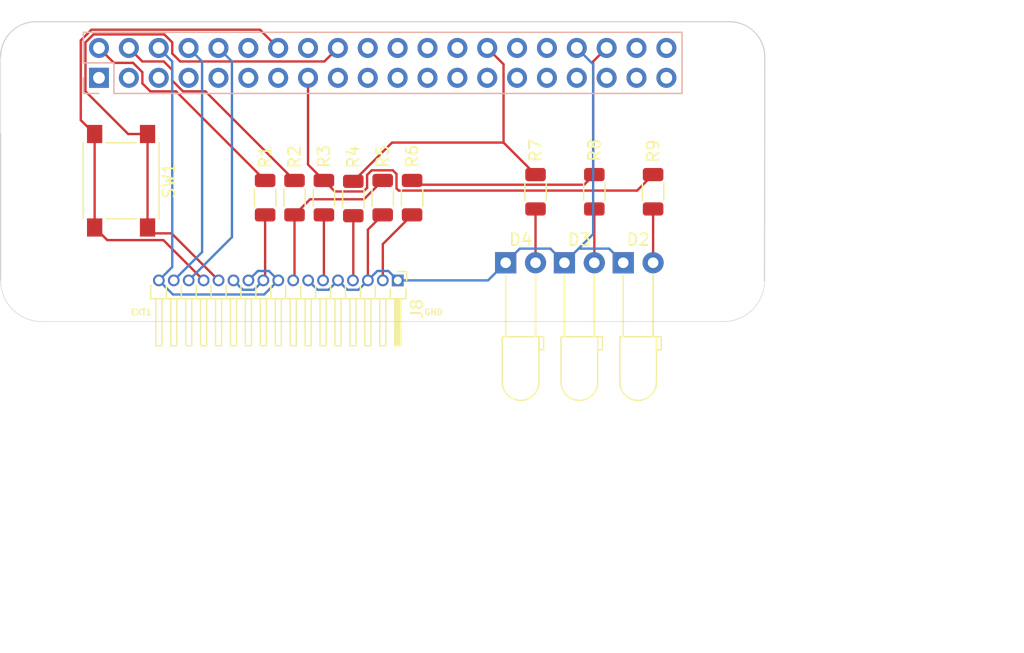
<source format=kicad_pcb>
(kicad_pcb (version 20240108) (generator "pcbnew") (generator_version "8.0")
  (title_block (date "15 nov 2012"))
  (layers (0 "F.Cu" signal) (31 "B.Cu" signal) (34 "B.Paste" user) (35 "F.Paste" user) (36 "B.SilkS" user "B.Silkscreen") (37 "F.SilkS" user "F.Silkscreen") (38 "B.Mask" user) (39 "F.Mask" user) (44 "Edge.Cuts" user))
  (net 0 "")
  (net 11 "Net-(J1-Pin_10)")
  (net 12 "Net-(J1-Pin_8)")
  (net 14 "Net-(J1-Pin_4)")
  (net 15 "Net-(J1-Pin_28)")
  (net 18 "Net-(J1-Pin_18)")
  (net 26 "Net-(J1-Pin_2)")
  (net 27 "Net-(D2-K)")
  (net 28 "Net-(J1-Pin_36)")
  (net 32 "Net-(J1-Pin_14)")
  (net 36 "Net-(J1-Pin_15)")
  (net 40 "Net-(J1-Pin_6)")
  (net 41 "Net-(J8-Pin_10)")
  (net 42 "Net-(J8-Pin_8)")
  (net 43 "Net-(D2-A)")
  (net 44 "Net-(D3-A)")
  (net 45 "Net-(D4-A)")
  (net 46 "Net-(J8-Pin_4)")
  (net 47 "Net-(J8-Pin_6)")
  (net 48 "Net-(J8-Pin_2)")
  (footprint "MountingHole:MountingHole_2.7mm_M2.5" (layer "F.Cu") (at 161.5 47.5)
    (property "Reference" "MH2" (hide yes))
    (property "Value" "MountingHole_2.7mm_M2.5" (hide yes))
    (pad "" np_thru_hole circle (at 0 0) (size 2.7 2.7) (drill 2.7) (layers "*.Cu" "*.Mask"))
  )
  (footprint "Resistor_SMD:R_1206_3216Metric" (layer "F.Cu") (at 127.5 58.9625 -90)
    (property "Reference" "R3" (at -3.5 0 90) (layer "F.SilkS"))
    (property "Value" "1000")
    (fp_line (start -0.727064 0.91) (end 0.727064 0.91) (stroke (width 0.12)) (layer "F.SilkS"))
    (fp_line (start -0.727064 -0.91) (end 0.727064 -0.91) (stroke (width 0.12)) (layer "F.SilkS"))
    (pad "1" smd roundrect (at -1.4625 0 270) (size 1.125 1.75) (layers "F.Cu" "F.Paste" "F.Mask") (roundrect_rratio 0.222222) (net 36 "Net-(J1-Pin_15)"))
    (pad "2" smd roundrect (at 1.4625 0 270) (size 1.125 1.75) (layers "F.Cu" "F.Paste" "F.Mask") (roundrect_rratio 0.222222) (net 47 "Net-(J8-Pin_6)"))
  )
  (footprint "Resistor_SMD:R_1206_3216Metric" (layer "F.Cu") (at 135 58.9625 -90)
    (property "Reference" "R6" (at -3.5375 0 90) (layer "F.SilkS"))
    (property "Value" "1000")
    (fp_line (start -0.727064 0.91) (end 0.727064 0.91) (stroke (width 0.12)) (layer "F.SilkS"))
    (fp_line (start -0.727064 -0.91) (end 0.727064 -0.91) (stroke (width 0.12)) (layer "F.SilkS"))
    (pad "1" smd roundrect (at -1.4625 0 270) (size 1.125 1.75) (layers "F.Cu" "F.Paste" "F.Mask") (roundrect_rratio 0.222222) (net 28 "Net-(J1-Pin_36)"))
    (pad "2" smd roundrect (at 1.4625 0 270) (size 1.125 1.75) (layers "F.Cu" "F.Paste" "F.Mask") (roundrect_rratio 0.222222) (net 48 "Net-(J8-Pin_2)"))
  )
  (footprint "LED_THT:LED_D3.0mm_Horizontal_O6.35mm_Z10.0mm" (layer "F.Cu") (at 147.96 64.5)
    (property "Reference" "D3" (at 1.27 -1.96 0) (layer "F.SilkS"))
    (property "Value" "LED")
    (fp_line (start -0.29 6.29) (end -0.29 10.15) (stroke (width 0.12)) (layer "F.SilkS"))
    (fp_line (start -0.29 6.29) (end 2.83 6.29) (stroke (width 0.12)) (layer "F.SilkS"))
    (fp_line (start 0 1.08) (end 0 1.08) (stroke (width 0.12)) (layer "F.SilkS"))
    (fp_line (start 0 1.08) (end 0 6.29) (stroke (width 0.12)) (layer "F.SilkS"))
    (fp_line (start 0 6.29) (end 0 1.08) (stroke (width 0.12)) (layer "F.SilkS"))
    (fp_line (start 0 6.29) (end 0 6.29) (stroke (width 0.12)) (layer "F.SilkS"))
    (fp_line (start 2.54 1.08) (end 2.54 1.08) (stroke (width 0.12)) (layer "F.SilkS"))
    (fp_line (start 2.54 1.08) (end 2.54 6.29) (stroke (width 0.12)) (layer "F.SilkS"))
    (fp_line (start 2.54 6.29) (end 2.54 1.08) (stroke (width 0.12)) (layer "F.SilkS"))
    (fp_line (start 2.54 6.29) (end 2.54 6.29) (stroke (width 0.12)) (layer "F.SilkS"))
    (fp_line (start 2.83 6.29) (end 2.83 10.15) (stroke (width 0.12)) (layer "F.SilkS"))
    (fp_line (start 2.83 6.29) (end 3.23 6.29) (stroke (width 0.12)) (layer "F.SilkS"))
    (fp_line (start 2.83 7.41) (end 2.83 6.29) (stroke (width 0.12)) (layer "F.SilkS"))
    (fp_line (start 3.23 6.29) (end 3.23 7.41) (stroke (width 0.12)) (layer "F.SilkS"))
    (fp_line (start 3.23 7.41) (end 2.83 7.41) (stroke (width 0.12)) (layer "F.SilkS"))
    (fp_arc (start 2.83 10.15) (mid 1.27 11.71) (end -0.29 10.15) (stroke (width 0.12)) (layer "F.SilkS"))
    (pad "1" thru_hole rect (at 0 0) (size 1.8 1.8) (drill 0.9) (layers "*.Cu" "*.Mask") (net 27 "Net-(D2-K)"))
    (pad "2" thru_hole circle (at 2.54 0) (size 1.8 1.8) (drill 0.9) (layers "*.Cu" "*.Mask") (net 44 "Net-(D3-A)"))
  )
  (footprint "Connector_PinHeader_1.27mm:PinHeader_1x17_P1.27mm_Horizontal" (layer "F.Cu") (at 133.78 66 -90)
    (property "Reference" "J8" (at 2.4325 -1.635 90) (layer "F.SilkS"))
    (property "Value" "Conn_01x17_Pin")
    (fp_line (start 0.44 21.015) (end 0.44 20.939677) (stroke (width 0.12)) (layer "F.SilkS"))
    (fp_line (start 1.56 21.015) (end 0.44 21.015) (stroke (width 0.12)) (layer "F.SilkS"))
    (fp_line (start 5.56 20.58) (end 1.56 20.58) (stroke (width 0.12)) (layer "F.SilkS"))
    (fp_line (start 1.56 20.06) (end 5.56 20.06) (stroke (width 0.12)) (layer "F.SilkS"))
    (fp_line (start 5.56 20.06) (end 5.56 20.58) (stroke (width 0.12)) (layer "F.SilkS"))
    (fp_line (start 0.44 19.685) (end 1.56 19.685) (stroke (width 0.12)) (layer "F.SilkS"))
    (fp_line (start 0.44 19.669677) (end 0.44 19.700323) (stroke (width 0.12)) (layer "F.SilkS"))
    (fp_line (start 5.56 19.31) (end 1.56 19.31) (stroke (width 0.12)) (layer "F.SilkS"))
    (fp_line (start 1.56 18.79) (end 5.56 18.79) (stroke (width 0.12)) (layer "F.SilkS"))
    (fp_line (start 5.56 18.79) (end 5.56 19.31) (stroke (width 0.12)) (layer "F.SilkS"))
    (fp_line (start 0.44 18.415) (end 1.56 18.415) (stroke (width 0.12)) (layer "F.SilkS"))
    (fp_line (start 0.44 18.399677) (end 0.44 18.430323) (stroke (width 0.12)) (layer "F.SilkS"))
    (fp_line (start 5.56 18.04) (end 1.56 18.04) (stroke (width 0.12)) (layer "F.SilkS"))
    (fp_line (start 1.56 17.52) (end 5.56 17.52) (stroke (width 0.12)) (layer "F.SilkS"))
    (fp_line (start 5.56 17.52) (end 5.56 18.04) (stroke (width 0.12)) (layer "F.SilkS"))
    (fp_line (start 0.44 17.145) (end 1.56 17.145) (stroke (width 0.12)) (layer "F.SilkS"))
    (fp_line (start 0.44 17.129677) (end 0.44 17.160323) (stroke (width 0.12)) (layer "F.SilkS"))
    (fp_line (start 5.56 16.77) (end 1.56 16.77) (stroke (width 0.12)) (layer "F.SilkS"))
    (fp_line (start 1.56 16.25) (end 5.56 16.25) (stroke (width 0.12)) (layer "F.SilkS"))
    (fp_line (start 5.56 16.25) (end 5.56 16.77) (stroke (width 0.12)) (layer "F.SilkS"))
    (fp_line (start 0.44 15.875) (end 1.56 15.875) (stroke (width 0.12)) (layer "F.SilkS"))
    (fp_line (start 0.44 15.859677) (end 0.44 15.890323) (stroke (width 0.12)) (layer "F.SilkS"))
    (fp_line (start 5.56 15.5) (end 1.56 15.5) (stroke (width 0.12)) (layer "F.SilkS"))
    (fp_line (start 1.56 14.98) (end 5.56 14.98) (stroke (width 0.12)) (layer "F.SilkS"))
    (fp_line (start 5.56 14.98) (end 5.56 15.5) (stroke (width 0.12)) (layer "F.SilkS"))
    (fp_line (start 0.44 14.605) (end 1.56 14.605) (stroke (width 0.12)) (layer "F.SilkS"))
    (fp_line (start 0.44 14.589677) (end 0.44 14.620323) (stroke (width 0.12)) (layer "F.SilkS"))
    (fp_line (start 5.56 14.23) (end 1.56 14.23) (stroke (width 0.12)) (layer "F.SilkS"))
    (fp_line (start 1.56 13.71) (end 5.56 13.71) (stroke (width 0.12)) (layer "F.SilkS"))
    (fp_line (start 5.56 13.71) (end 5.56 14.23) (stroke (width 0.12)) (layer "F.SilkS"))
    (fp_line (start 0.44 13.335) (end 1.56 13.335) (stroke (width 0.12)) (layer "F.SilkS"))
    (fp_line (start 0.44 13.319677) (end 0.44 13.350323) (stroke (width 0.12)) (layer "F.SilkS"))
    (fp_line (start 5.56 12.96) (end 1.56 12.96) (stroke (width 0.12)) (layer "F.SilkS"))
    (fp_line (start 1.56 12.44) (end 5.56 12.44) (stroke (width 0.12)) (layer "F.SilkS"))
    (fp_line (start 5.56 12.44) (end 5.56 12.96) (stroke (width 0.12)) (layer "F.SilkS"))
    (fp_line (start 0.44 12.065) (end 1.56 12.065) (stroke (width 0.12)) (layer "F.SilkS"))
    (fp_line (start 0.44 12.049677) (end 0.44 12.080323) (stroke (width 0.12)) (layer "F.SilkS"))
    (fp_line (start 5.56 11.69) (end 1.56 11.69) (stroke (width 0.12)) (layer "F.SilkS"))
    (fp_line (start 1.56 11.17) (end 5.56 11.17) (stroke (width 0.12)) (layer "F.SilkS"))
    (fp_line (start 5.56 11.17) (end 5.56 11.69) (stroke (width 0.12)) (layer "F.SilkS"))
    (fp_line (start 0.44 10.795) (end 1.56 10.795) (stroke (width 0.12)) (layer "F.SilkS"))
    (fp_line (start 0.44 10.779677) (end 0.44 10.810323) (stroke (width 0.12)) (layer "F.SilkS"))
    (fp_line (start 5.56 10.42) (end 1.56 10.42) (stroke (width 0.12)) (layer "F.SilkS"))
    (fp_line (start 1.56 9.9) (end 5.56 9.9) (stroke (width 0.12)) (layer "F.SilkS"))
    (fp_line (start 5.56 9.9) (end 5.56 10.42) (stroke (width 0.12)) (layer "F.SilkS"))
    (fp_line (start 0.44 9.525) (end 1.56 9.525) (stroke (width 0.12)) (layer "F.SilkS"))
    (fp_line (start 0.44 9.509677) (end 0.44 9.540323) (stroke (width 0.12)) (layer "F.SilkS"))
    (fp_line (start 5.56 9.15) (end 1.56 9.15) (stroke (width 0.12)) (layer "F.SilkS"))
    (fp_line (start 1.56 8.63) (end 5.56 8.63) (stroke (width 0.12)) (layer "F.SilkS"))
    (fp_line (start 5.56 8.63) (end 5.56 9.15) (stroke (width 0.12)) (layer "F.SilkS"))
    (fp_line (start 0.44 8.255) (end 1.56 8.255) (stroke (width 0.12)) (layer "F.SilkS"))
    (fp_line (start 0.44 8.239677) (end 0.44 8.270323) (stroke (width 0.12)) (layer "F.SilkS"))
    (fp_line (start 5.56 7.88) (end 1.56 7.88) (stroke (width 0.12)) (layer "F.SilkS"))
    (fp_line (start 1.56 7.36) (end 5.56 7.36) (stroke (width 0.12)) (layer "F.SilkS"))
    (fp_line (start 5.56 7.36) (end 5.56 7.88) (stroke (width 0.12)) (layer "F.SilkS"))
    (fp_line (start 0.44 6.985) (end 1.56 6.985) (stroke (width 0.12)) (layer "F.SilkS"))
    (fp_line (start 0.44 6.969677) (end 0.44 7.000323) (stroke (width 0.12)) (layer "F.SilkS"))
    (fp_line (start 5.56 6.61) (end 1.56 6.61) (stroke (width 0.12)) (layer "F.SilkS"))
    (fp_line (start 1.56 6.09) (end 5.56 6.09) (stroke (width 0.12)) (layer "F.SilkS"))
    (fp_line (start 5.56 6.09) (end 5.56 6.61) (stroke (width 0.12)) (layer "F.SilkS"))
    (fp_line (start 0.44 5.715) (end 1.56 5.715) (stroke (width 0.12)) (layer "F.SilkS"))
    (fp_line (start 0.44 5.699677) (end 0.44 5.730323) (stroke (width 0.12)) (layer "F.SilkS"))
    (fp_line (start 5.56 5.34) (end 1.56 5.34) (stroke (width 0.12)) (layer "F.SilkS"))
    (fp_line (start 1.56 4.82) (end 5.56 4.82) (stroke (width 0.12)) (layer "F.SilkS"))
    (fp_line (start 5.56 4.82) (end 5.56 5.34) (stroke (width 0.12)) (layer "F.SilkS"))
    (fp_line (start 0.44 4.445) (end 1.56 4.445) (stroke (width 0.12)) (layer "F.SilkS"))
    (fp_line (start 0.44 4.429677) (end 0.44 4.460323) (stroke (width 0.12)) (layer "F.SilkS"))
    (fp_line (start 5.56 4.07) (end 1.56 4.07) (stroke (width 0.12)) (layer "F.SilkS"))
    (fp_line (start 1.56 3.55) (end 5.56 3.55) (stroke (width 0.12)) (layer "F.SilkS"))
    (fp_line (start 5.56 3.55) (end 5.56 4.07) (stroke (width 0.12)) (layer "F.SilkS"))
    (fp_line (start 0.44 3.175) (end 1.56 3.175) (stroke (width 0.12)) (layer "F.SilkS"))
    (fp_line (start 0.44 3.159677) (end 0.44 3.190323) (stroke (width 0.12)) (layer "F.SilkS"))
    (fp_line (start 5.56 2.8) (end 1.56 2.8) (stroke (width 0.12)) (layer "F.SilkS"))
    (fp_line (start 1.56 2.28) (end 5.56 2.28) (stroke (width 0.12)) (layer "F.SilkS"))
    (fp_line (start 5.56 2.28) (end 5.56 2.8) (stroke (width 0.12)) (layer "F.SilkS"))
    (fp_line (start 0.44 1.905) (end 1.56 1.905) (stroke (width 0.12)) (layer "F.SilkS"))
    (fp_line (start 0.44 1.889677) (end 0.44 1.920323) (stroke (width 0.12)) (layer "F.SilkS"))
    (fp_line (start 5.56 1.53) (end 1.56 1.53) (stroke (width 0.12)) (layer "F.SilkS"))
    (fp_line (start 1.56 1.01) (end 5.56 1.01) (stroke (width 0.12)) (layer "F.SilkS"))
    (fp_line (start 5.56 1.01) (end 5.56 1.53) (stroke (width 0.12)) (layer "F.SilkS"))
    (fp_line (start 0.76 0.635) (end 1.56 0.635) (stroke (width 0.12)) (layer "F.SilkS"))
    (fp_line (start 5.56 0.26) (end 1.56 0.26) (stroke (width 0.12)) (layer "F.SilkS"))
    (fp_line (start 1.56 0.16) (end 5.56 0.16) (stroke (width 0.12)) (layer "F.SilkS"))
    (fp_line (start 1.56 0.04) (end 5.56 0.04) (stroke (width 0.12)) (layer "F.SilkS"))
    (fp_line (start -0.76 0) (end -0.76 -0.76) (stroke (width 0.12)) (layer "F.SilkS"))
    (fp_line (start 1.56 -0.08) (end 5.56 -0.08) (stroke (width 0.12)) (layer "F.SilkS"))
    (fp_line (start 1.56 -0.2) (end 5.56 -0.2) (stroke (width 0.12)) (layer "F.SilkS"))
    (fp_line (start 1.56 -0.26) (end 5.56 -0.26) (stroke (width 0.12)) (layer "F.SilkS"))
    (fp_line (start 5.56 -0.26) (end 5.56 0.26) (stroke (width 0.12)) (layer "F.SilkS"))
    (fp_line (start 0.76 -0.695) (end 1.56 -0.695) (stroke (width 0.12)) (layer "F.SilkS"))
    (fp_line (start 1.56 -0.695) (end 1.56 21.015) (stroke (width 0.12)) (layer "F.SilkS"))
    (fp_line (start -0.76 -0.76) (end 0 -0.76) (stroke (width 0.12)) (layer "F.SilkS"))
    (pad "1" thru_hole rect (at 0 0 270) (size 1 1) (drill 0.65) (layers "*.Cu" "*.Mask") (net 27 "Net-(D2-K)"))
    (pad "2" thru_hole oval (at 0 1.27 270) (size 1 1) (drill 0.65) (layers "*.Cu" "*.Mask") (net 48 "Net-(J8-Pin_2)"))
    (pad "3" thru_hole oval (at 0 2.54 270) (size 1 1) (drill 0.65) (layers "*.Cu" "*.Mask") (net 27 "Net-(D2-K)"))
    (pad "4" thru_hole oval (at 0 3.81 270) (size 1 1) (drill 0.65) (layers "*.Cu" "*.Mask") (net 46 "Net-(J8-Pin_4)"))
    (pad "5" thru_hole oval (at 0 5.08 270) (size 1 1) (drill 0.65) (layers "*.Cu" "*.Mask") (net 27 "Net-(D2-K)"))
    (pad "6" thru_hole oval (at 0 6.35 270) (size 1 1) (drill 0.65) (layers "*.Cu" "*.Mask") (net 47 "Net-(J8-Pin_6)"))
    (pad "7" thru_hole oval (at 0 7.62 270) (size 1 1) (drill 0.65) (layers "*.Cu" "*.Mask") (net 27 "Net-(D2-K)"))
    (pad "8" thru_hole oval (at 0 8.89 270) (size 1 1) (drill 0.65) (layers "*.Cu" "*.Mask") (net 42 "Net-(J8-Pin_8)"))
    (pad "9" thru_hole oval (at 0 10.16 270) (size 1 1) (drill 0.65) (layers "*.Cu" "*.Mask") (net 40 "Net-(J1-Pin_6)"))
    (pad "10" thru_hole oval (at 0 11.43 270) (size 1 1) (drill 0.65) (layers "*.Cu" "*.Mask") (net 41 "Net-(J8-Pin_10)"))
    (pad "11" thru_hole oval (at 0 12.7 270) (size 1 1) (drill 0.65) (layers "*.Cu" "*.Mask") (net 40 "Net-(J1-Pin_6)"))
    (pad "12" thru_hole oval (at 0 13.97 270) (size 1 1) (drill 0.65) (layers "*.Cu" "*.Mask") (net 41 "Net-(J8-Pin_10)"))
    (pad "13" thru_hole oval (at 0 15.24 270) (size 1 1) (drill 0.65) (layers "*.Cu" "*.Mask") (net 18 "Net-(J1-Pin_18)"))
    (pad "14" thru_hole oval (at 0 16.51 270) (size 1 1) (drill 0.65) (layers "*.Cu" "*.Mask") (net 32 "Net-(J1-Pin_14)"))
    (pad "15" thru_hole oval (at 0 17.78 270) (size 1 1) (drill 0.65) (layers "*.Cu" "*.Mask") (net 11 "Net-(J1-Pin_10)"))
    (pad "16" thru_hole oval (at 0 19.05 270) (size 1 1) (drill 0.65) (layers "*.Cu" "*.Mask") (net 12 "Net-(J1-Pin_8)"))
    (pad "17" thru_hole oval (at 0 20.32 270) (size 1 1) (drill 0.65) (layers "*.Cu" "*.Mask") (net 40 "Net-(J1-Pin_6)"))
  )
  (footprint "Resistor_SMD:R_1206_3216Metric" (layer "F.Cu") (at 132.5 58.9625 -90)
    (property "Reference" "R5" (at -3.5 0 90) (layer "F.SilkS"))
    (property "Value" "10000")
    (fp_line (start -0.727064 0.91) (end 0.727064 0.91) (stroke (width 0.12)) (layer "F.SilkS"))
    (fp_line (start -0.727064 -0.91) (end 0.727064 -0.91) (stroke (width 0.12)) (layer "F.SilkS"))
    (pad "1" smd roundrect (at -1.4625 0 270) (size 1.125 1.75) (layers "F.Cu" "F.Paste" "F.Mask") (roundrect_rratio 0.222222) (net 42 "Net-(J8-Pin_8)"))
    (pad "2" smd roundrect (at 1.4625 0 270) (size 1.125 1.75) (layers "F.Cu" "F.Paste" "F.Mask") (roundrect_rratio 0.222222) (net 27 "Net-(D2-K)"))
  )
  (footprint "LED_THT:LED_D3.0mm_Horizontal_O6.35mm_Z10.0mm" (layer "F.Cu") (at 152.96 64.5)
    (property "Reference" "D2" (at 1.27 -1.96 0) (layer "F.SilkS"))
    (property "Value" "LED")
    (fp_line (start -0.29 6.29) (end -0.29 10.15) (stroke (width 0.12)) (layer "F.SilkS"))
    (fp_line (start -0.29 6.29) (end 2.83 6.29) (stroke (width 0.12)) (layer "F.SilkS"))
    (fp_line (start 0 1.08) (end 0 1.08) (stroke (width 0.12)) (layer "F.SilkS"))
    (fp_line (start 0 1.08) (end 0 6.29) (stroke (width 0.12)) (layer "F.SilkS"))
    (fp_line (start 0 6.29) (end 0 1.08) (stroke (width 0.12)) (layer "F.SilkS"))
    (fp_line (start 0 6.29) (end 0 6.29) (stroke (width 0.12)) (layer "F.SilkS"))
    (fp_line (start 2.54 1.08) (end 2.54 1.08) (stroke (width 0.12)) (layer "F.SilkS"))
    (fp_line (start 2.54 1.08) (end 2.54 6.29) (stroke (width 0.12)) (layer "F.SilkS"))
    (fp_line (start 2.54 6.29) (end 2.54 1.08) (stroke (width 0.12)) (layer "F.SilkS"))
    (fp_line (start 2.54 6.29) (end 2.54 6.29) (stroke (width 0.12)) (layer "F.SilkS"))
    (fp_line (start 2.83 6.29) (end 2.83 10.15) (stroke (width 0.12)) (layer "F.SilkS"))
    (fp_line (start 2.83 6.29) (end 3.23 6.29) (stroke (width 0.12)) (layer "F.SilkS"))
    (fp_line (start 2.83 7.41) (end 2.83 6.29) (stroke (width 0.12)) (layer "F.SilkS"))
    (fp_line (start 3.23 6.29) (end 3.23 7.41) (stroke (width 0.12)) (layer "F.SilkS"))
    (fp_line (start 3.23 7.41) (end 2.83 7.41) (stroke (width 0.12)) (layer "F.SilkS"))
    (fp_arc (start 2.83 10.15) (mid 1.27 11.71) (end -0.29 10.15) (stroke (width 0.12)) (layer "F.SilkS"))
    (pad "1" thru_hole rect (at 0 0) (size 1.8 1.8) (drill 0.9) (layers "*.Cu" "*.Mask") (net 27 "Net-(D2-K)"))
    (pad "2" thru_hole circle (at 2.54 0) (size 1.8 1.8) (drill 0.9) (layers "*.Cu" "*.Mask") (net 43 "Net-(D2-A)"))
  )
  (footprint "MountingHole:MountingHole_2.7mm_M2.5" (layer "F.Cu") (at 103.5 47.5)
    (property "Reference" "MH1" (hide yes))
    (property "Value" "MountingHole_2.7mm_M2.5" (hide yes))
    (pad "" np_thru_hole circle (at 0 0) (size 2.7 2.7) (drill 2.7) (layers "*.Cu" "*.Mask"))
  )
  (footprint "Resistor_SMD:R_1206_3216Metric" (layer "F.Cu") (at 125 58.9625 -90)
    (property "Reference" "R2" (at -3.4625 0 90) (layer "F.SilkS"))
    (property "Value" "10000")
    (fp_line (start -0.727064 0.91) (end 0.727064 0.91) (stroke (width 0.12)) (layer "F.SilkS"))
    (fp_line (start -0.727064 -0.91) (end 0.727064 -0.91) (stroke (width 0.12)) (layer "F.SilkS"))
    (pad "1" smd roundrect (at -1.4625 0 270) (size 1.125 1.75) (layers "F.Cu" "F.Paste" "F.Mask") (roundrect_rratio 0.222222) (net 14 "Net-(J1-Pin_4)"))
    (pad "2" smd roundrect (at 1.4625 0 270) (size 1.125 1.75) (layers "F.Cu" "F.Paste" "F.Mask") (roundrect_rratio 0.222222) (net 42 "Net-(J8-Pin_8)"))
  )
  (footprint "Resistor_SMD:R_1206_3216Metric" (layer "F.Cu") (at 145.5 58.4625 -90)
    (property "Reference" "R7" (at -3.5 0 90) (layer "F.SilkS"))
    (property "Value" "1000")
    (fp_line (start -0.727064 0.91) (end 0.727064 0.91) (stroke (width 0.12)) (layer "F.SilkS"))
    (fp_line (start -0.727064 -0.91) (end 0.727064 -0.91) (stroke (width 0.12)) (layer "F.SilkS"))
    (pad "1" smd roundrect (at -1.4625 0 270) (size 1.125 1.75) (layers "F.Cu" "F.Paste" "F.Mask") (roundrect_rratio 0.222222) (net 15 "Net-(J1-Pin_28)"))
    (pad "2" smd roundrect (at 1.4625 0 270) (size 1.125 1.75) (layers "F.Cu" "F.Paste" "F.Mask") (roundrect_rratio 0.222222) (net 45 "Net-(D4-A)"))
  )
  (footprint "Resistor_SMD:R_1206_3216Metric" (layer "F.Cu") (at 130 59.0375 -90)
    (property "Reference" "R4" (at -3.5375 0 90) (layer "F.SilkS"))
    (property "Value" "1000")
    (fp_line (start -0.727064 0.91) (end 0.727064 0.91) (stroke (width 0.12)) (layer "F.SilkS"))
    (fp_line (start -0.727064 -0.91) (end 0.727064 -0.91) (stroke (width 0.12)) (layer "F.SilkS"))
    (pad "1" smd roundrect (at -1.4625 0 270) (size 1.125 1.75) (layers "F.Cu" "F.Paste" "F.Mask") (roundrect_rratio 0.222222) (net 15 "Net-(J1-Pin_28)"))
    (pad "2" smd roundrect (at 1.4625 0 270) (size 1.125 1.75) (layers "F.Cu" "F.Paste" "F.Mask") (roundrect_rratio 0.222222) (net 46 "Net-(J8-Pin_4)"))
  )
  (footprint "Button_Switch_SMD:SW_Push_1P1T_NO_6x6mm_H9.5mm" (layer "F.Cu") (at 110.25 57.525 -90)
    (property "Reference" "SW1" (at 0 -4.05 90) (layer "F.SilkS"))
    (property "Value" "SW_SPST")
    (fp_line (start -3.23 3.23) (end 3.23 3.23) (stroke (width 0.12)) (layer "F.SilkS"))
    (fp_line (start -3.23 3.23) (end -3.23 3.2) (stroke (width 0.12)) (layer "F.SilkS"))
    (fp_line (start 3.23 3.23) (end 3.23 3.2) (stroke (width 0.12)) (layer "F.SilkS"))
    (fp_line (start -3.23 -1.3) (end -3.23 1.3) (stroke (width 0.12)) (layer "F.SilkS"))
    (fp_line (start 3.23 -1.3) (end 3.23 1.3) (stroke (width 0.12)) (layer "F.SilkS"))
    (fp_line (start -3.23 -3.2) (end -3.23 -3.23) (stroke (width 0.12)) (layer "F.SilkS"))
    (fp_line (start -3.23 -3.23) (end 3.23 -3.23) (stroke (width 0.12)) (layer "F.SilkS"))
    (fp_line (start 3.23 -3.23) (end 3.23 -3.2) (stroke (width 0.12)) (layer "F.SilkS"))
    (pad "1" smd rect (at -3.975 -2.25 270) (size 1.55 1.3) (layers "F.Cu" "F.Paste" "F.Mask") (net 18 "Net-(J1-Pin_18)"))
    (pad "1" smd rect (at 3.975 -2.25 270) (size 1.55 1.3) (layers "F.Cu" "F.Paste" "F.Mask") (net 18 "Net-(J1-Pin_18)"))
    (pad "2" smd rect (at -3.975 2.25 270) (size 1.55 1.3) (layers "F.Cu" "F.Paste" "F.Mask") (net 32 "Net-(J1-Pin_14)"))
    (pad "2" smd rect (at 3.975 2.25 270) (size 1.55 1.3) (layers "F.Cu" "F.Paste" "F.Mask") (net 32 "Net-(J1-Pin_14)"))
  )
  (footprint "Resistor_SMD:R_1206_3216Metric" (layer "F.Cu") (at 155.5 58.4625 -90)
    (property "Reference" "R9" (at -3.4625 0 90) (layer "F.SilkS"))
    (property "Value" "1000")
    (fp_line (start -0.727064 0.91) (end 0.727064 0.91) (stroke (width 0.12)) (layer "F.SilkS"))
    (fp_line (start -0.727064 -0.91) (end 0.727064 -0.91) (stroke (width 0.12)) (layer "F.SilkS"))
    (pad "1" smd roundrect (at -1.4625 0 270) (size 1.125 1.75) (layers "F.Cu" "F.Paste" "F.Mask") (roundrect_rratio 0.222222) (net 36 "Net-(J1-Pin_15)"))
    (pad "2" smd roundrect (at 1.4625 0 270) (size 1.125 1.75) (layers "F.Cu" "F.Paste" "F.Mask") (roundrect_rratio 0.222222) (net 43 "Net-(D2-A)"))
  )
  (footprint "Resistor_SMD:R_1206_3216Metric" (layer "F.Cu") (at 150.5 58.4625 90)
    (property "Reference" "R8" (at 3.5375 0 90) (layer "F.SilkS"))
    (property "Value" "1000")
    (fp_line (start -0.727064 -0.91) (end 0.727064 -0.91) (stroke (width 0.12)) (layer "F.SilkS"))
    (fp_line (start -0.727064 0.91) (end 0.727064 0.91) (stroke (width 0.12)) (layer "F.SilkS"))
    (pad "1" smd roundrect (at -1.4625 0 90) (size 1.125 1.75) (layers "F.Cu" "F.Paste" "F.Mask") (roundrect_rratio 0.222222) (net 44 "Net-(D3-A)"))
    (pad "2" smd roundrect (at 1.4625 0 90) (size 1.125 1.75) (layers "F.Cu" "F.Paste" "F.Mask") (roundrect_rratio 0.222222) (net 28 "Net-(J1-Pin_36)"))
  )
  (footprint "Resistor_SMD:R_1206_3216Metric" (layer "F.Cu") (at 122.5 58.9625 -90)
    (property "Reference" "R1" (at -3.4625 0 90) (layer "F.SilkS"))
    (property "Value" "1000")
    (fp_line (start -0.727064 0.91) (end 0.727064 0.91) (stroke (width 0.12)) (layer "F.SilkS"))
    (fp_line (start -0.727064 -0.91) (end 0.727064 -0.91) (stroke (width 0.12)) (layer "F.SilkS"))
    (pad "1" smd roundrect (at -1.4625 0 270) (size 1.125 1.75) (layers "F.Cu" "F.Paste" "F.Mask") (roundrect_rratio 0.222222) (net 26 "Net-(J1-Pin_2)"))
    (pad "2" smd roundrect (at 1.4625 0 270) (size 1.125 1.75) (layers "F.Cu" "F.Paste" "F.Mask") (roundrect_rratio 0.222222) (net 41 "Net-(J8-Pin_10)"))
  )
  (footprint "LED_THT:LED_D3.0mm_Horizontal_O6.35mm_Z10.0mm" (layer "F.Cu") (at 142.96 64.5)
    (property "Reference" "D4" (at 1.27 -1.96 0) (layer "F.SilkS"))
    (property "Value" "LED")
    (fp_line (start -0.29 6.29) (end -0.29 10.15) (stroke (width 0.12)) (layer "F.SilkS"))
    (fp_line (start -0.29 6.29) (end 2.83 6.29) (stroke (width 0.12)) (layer "F.SilkS"))
    (fp_line (start 0 1.08) (end 0 1.08) (stroke (width 0.12)) (layer "F.SilkS"))
    (fp_line (start 0 1.08) (end 0 6.29) (stroke (width 0.12)) (layer "F.SilkS"))
    (fp_line (start 0 6.29) (end 0 1.08) (stroke (width 0.12)) (layer "F.SilkS"))
    (fp_line (start 0 6.29) (end 0 6.29) (stroke (width 0.12)) (layer "F.SilkS"))
    (fp_line (start 2.54 1.08) (end 2.54 1.08) (stroke (width 0.12)) (layer "F.SilkS"))
    (fp_line (start 2.54 1.08) (end 2.54 6.29) (stroke (width 0.12)) (layer "F.SilkS"))
    (fp_line (start 2.54 6.29) (end 2.54 1.08) (stroke (width 0.12)) (layer "F.SilkS"))
    (fp_line (start 2.54 6.29) (end 2.54 6.29) (stroke (width 0.12)) (layer "F.SilkS"))
    (fp_line (start 2.83 6.29) (end 2.83 10.15) (stroke (width 0.12)) (layer "F.SilkS"))
    (fp_line (start 2.83 6.29) (end 3.23 6.29) (stroke (width 0.12)) (layer "F.SilkS"))
    (fp_line (start 2.83 7.41) (end 2.83 6.29) (stroke (width 0.12)) (layer "F.SilkS"))
    (fp_line (start 3.23 6.29) (end 3.23 7.41) (stroke (width 0.12)) (layer "F.SilkS"))
    (fp_line (start 3.23 7.41) (end 2.83 7.41) (stroke (width 0.12)) (layer "F.SilkS"))
    (fp_arc (start 2.83 10.15) (mid 1.27 11.71) (end -0.29 10.15) (stroke (width 0.12)) (layer "F.SilkS"))
    (pad "1" thru_hole rect (at 0 0) (size 1.8 1.8) (drill 0.9) (layers "*.Cu" "*.Mask") (net 27 "Net-(D2-K)"))
    (pad "2" thru_hole circle (at 2.54 0) (size 1.8 1.8) (drill 0.9) (layers "*.Cu" "*.Mask") (net 45 "Net-(D4-A)"))
  )
  (footprint "Connector_PinSocket_2.54mm:PinSocket_2x20_P2.54mm_Vertical" (layer "B.Cu") (at 108.37 48.77 -90)
    (property "Reference" "J1" (hide yes))
    (property "Value" "GPIO")
    (fp_line (start -3.87 1.33) (end -1.27 1.33) (stroke (width 0.12)) (layer "B.SilkS"))
    (fp_line (start -3.87 1.33) (end -3.87 -49.59) (stroke (width 0.12)) (layer "B.SilkS"))
    (fp_line (start -1.27 1.33) (end -1.27 -1.27) (stroke (width 0.12)) (layer "B.SilkS"))
    (fp_line (start 0 1.33) (end 1.33 1.33) (stroke (width 0.12)) (layer "B.SilkS"))
    (fp_line (start 1.33 1.33) (end 1.33 0) (stroke (width 0.12)) (layer "B.SilkS"))
    (fp_line (start -1.27 -1.27) (end 1.33 -1.27) (stroke (width 0.12)) (layer "B.SilkS"))
    (fp_line (start 1.33 -1.27) (end 1.33 -49.59) (stroke (width 0.12)) (layer "B.SilkS"))
    (fp_line (start -3.87 -49.59) (end 1.33 -49.59) (stroke (width 0.12)) (layer "B.SilkS"))
    (pad "1" thru_hole rect (at 0 0 270) (size 1.7 1.7) (drill 1) (layers "*.Cu" "*.Mask"))
    (pad "2" thru_hole oval (at -2.54 0 270) (size 1.7 1.7) (drill 1) (layers "*.Cu" "*.Mask") (net 26 "Net-(J1-Pin_2)"))
    (pad "3" thru_hole oval (at 0 -2.54 270) (size 1.7 1.7) (drill 1) (layers "*.Cu" "*.Mask"))
    (pad "4" thru_hole oval (at -2.54 -2.54 270) (size 1.7 1.7) (drill 1) (layers "*.Cu" "*.Mask") (net 14 "Net-(J1-Pin_4)"))
    (pad "5" thru_hole oval (at 0 -5.08 270) (size 1.7 1.7) (drill 1) (layers "*.Cu" "*.Mask"))
    (pad "6" thru_hole oval (at -2.54 -5.08 270) (size 1.7 1.7) (drill 1) (layers "*.Cu" "*.Mask") (net 40 "Net-(J1-Pin_6)"))
    (pad "7" thru_hole oval (at 0 -7.62 270) (size 1.7 1.7) (drill 1) (layers "*.Cu" "*.Mask"))
    (pad "8" thru_hole oval (at -2.54 -7.62 270) (size 1.7 1.7) (drill 1) (layers "*.Cu" "*.Mask") (net 12 "Net-(J1-Pin_8)"))
    (pad "9" thru_hole oval (at 0 -10.16 270) (size 1.7 1.7) (drill 1) (layers "*.Cu" "*.Mask"))
    (pad "10" thru_hole oval (at -2.54 -10.16 270) (size 1.7 1.7) (drill 1) (layers "*.Cu" "*.Mask") (net 11 "Net-(J1-Pin_10)"))
    (pad "11" thru_hole oval (at 0 -12.7 270) (size 1.7 1.7) (drill 1) (layers "*.Cu" "*.Mask"))
    (pad "12" thru_hole oval (at -2.54 -12.7 270) (size 1.7 1.7) (drill 1) (layers "*.Cu" "*.Mask"))
    (pad "13" thru_hole oval (at 0 -15.24 270) (size 1.7 1.7) (drill 1) (layers "*.Cu" "*.Mask"))
    (pad "14" thru_hole oval (at -2.54 -15.24 270) (size 1.7 1.7) (drill 1) (layers "*.Cu" "*.Mask") (net 32 "Net-(J1-Pin_14)"))
    (pad "15" thru_hole oval (at 0 -17.78 270) (size 1.7 1.7) (drill 1) (layers "*.Cu" "*.Mask") (net 36 "Net-(J1-Pin_15)"))
    (pad "16" thru_hole oval (at -2.54 -17.78 270) (size 1.7 1.7) (drill 1) (layers "*.Cu" "*.Mask"))
    (pad "17" thru_hole oval (at 0 -20.32 270) (size 1.7 1.7) (drill 1) (layers "*.Cu" "*.Mask"))
    (pad "18" thru_hole oval (at -2.54 -20.32 270) (size 1.7 1.7) (drill 1) (layers "*.Cu" "*.Mask") (net 18 "Net-(J1-Pin_18)"))
    (pad "19" thru_hole oval (at 0 -22.86 270) (size 1.7 1.7) (drill 1) (layers "*.Cu" "*.Mask"))
    (pad "20" thru_hole oval (at -2.54 -22.86 270) (size 1.7 1.7) (drill 1) (layers "*.Cu" "*.Mask"))
    (pad "21" thru_hole oval (at 0 -25.4 270) (size 1.7 1.7) (drill 1) (layers "*.Cu" "*.Mask"))
    (pad "22" thru_hole oval (at -2.54 -25.4 270) (size 1.7 1.7) (drill 1) (layers "*.Cu" "*.Mask"))
    (pad "23" thru_hole oval (at 0 -27.94 270) (size 1.7 1.7) (drill 1) (layers "*.Cu" "*.Mask"))
    (pad "24" thru_hole oval (at -2.54 -27.94 270) (size 1.7 1.7) (drill 1) (layers "*.Cu" "*.Mask"))
    (pad "25" thru_hole oval (at 0 -30.48 270) (size 1.7 1.7) (drill 1) (layers "*.Cu" "*.Mask"))
    (pad "26" thru_hole oval (at -2.54 -30.48 270) (size 1.7 1.7) (drill 1) (layers "*.Cu" "*.Mask"))
    (pad "27" thru_hole oval (at 0 -33.02 270) (size 1.7 1.7) (drill 1) (layers "*.Cu" "*.Mask"))
    (pad "28" thru_hole oval (at -2.54 -33.02 270) (size 1.7 1.7) (drill 1) (layers "*.Cu" "*.Mask") (net 15 "Net-(J1-Pin_28)"))
    (pad "29" thru_hole oval (at 0 -35.56 270) (size 1.7 1.7) (drill 1) (layers "*.Cu" "*.Mask"))
    (pad "30" thru_hole oval (at -2.54 -35.56 270) (size 1.7 1.7) (drill 1) (layers "*.Cu" "*.Mask"))
    (pad "31" thru_hole oval (at 0 -38.1 270) (size 1.7 1.7) (drill 1) (layers "*.Cu" "*.Mask"))
    (pad "32" thru_hole oval (at -2.54 -38.1 270) (size 1.7 1.7) (drill 1) (layers "*.Cu" "*.Mask"))
    (pad "33" thru_hole oval (at 0 -40.64 270) (size 1.7 1.7) (drill 1) (layers "*.Cu" "*.Mask"))
    (pad "34" thru_hole oval (at -2.54 -40.64 270) (size 1.7 1.7) (drill 1) (layers "*.Cu" "*.Mask") (net 27 "Net-(D2-K)"))
    (pad "35" thru_hole oval (at 0 -43.18 270) (size 1.7 1.7) (drill 1) (layers "*.Cu" "*.Mask"))
    (pad "36" thru_hole oval (at -2.54 -43.18 270) (size 1.7 1.7) (drill 1) (layers "*.Cu" "*.Mask") (net 28 "Net-(J1-Pin_36)"))
    (pad "37" thru_hole oval (at 0 -45.72 270) (size 1.7 1.7) (drill 1) (layers "*.Cu" "*.Mask"))
    (pad "38" thru_hole oval (at -2.54 -45.72 270) (size 1.7 1.7) (drill 1) (layers "*.Cu" "*.Mask"))
    (pad "39" thru_hole oval (at 0 -48.26 270) (size 1.7 1.7) (drill 1) (layers "*.Cu" "*.Mask"))
    (pad "40" thru_hole oval (at -2.54 -48.26 270) (size 1.7 1.7) (drill 1) (layers "*.Cu" "*.Mask"))
  )
  (gr_arc (start 164.974874 66.025126) (mid 163.957107 68.482233) (end 161.5 69.5) (stroke (width 0.05)) (layer "Edge.Cuts"))
  (gr_arc (start 103.5 69.5) (mid 101.025126 68.474874) (end 100 66) (stroke (width 0.05)) (layer "Edge.Cuts"))
  (gr_arc (start 162 44) (mid 164.12132 44.87868) (end 165 47) (stroke (width 0.1)) (layer "Edge.Cuts"))
  (gr_line (start 164.974874 66.025126) (end 165 47) (stroke (width 0.1)) (layer "Edge.Cuts"))
  (gr_line (start 100 53.5) (end 100 66) (stroke (width 0.1)) (layer "Edge.Cuts"))
  (gr_line (start 100 47) (end 100 53.5) (stroke (width 0.05)) (layer "Edge.Cuts"))
  (gr_line (start 103.5 69.5) (end 161.5 69.5) (stroke (width 0.05)) (layer "Edge.Cuts"))
  (gr_arc (start 100 47) (mid 100.87868 44.87868) (end 103 44) (stroke (width 0.1)) (layer "Edge.Cuts"))
  (gr_line (start 162 44) (end 103 44) (stroke (width 0.1)) (layer "Edge.Cuts"))
  (gr_text "GND" (at 136 69 0) (layer "F.SilkS") (effects (font (size 0.5 0.5) (thickness 0.1) (bold yes)) (justify left bottom)))
  (gr_text "EXT1" (at 111 69 0) (layer "F.SilkS") (effects (font (size 0.5 0.5) (thickness 0.1) (bold yes)) (justify left bottom)))
  (segment (start 116 66) (end 119.68 62.32) (width 0.2) (layer "B.Cu") (net 11))
  (segment (start 119.68 62.32) (end 119.68 47.38) (width 0.2) (layer "B.Cu") (net 11))
  (segment (start 119.68 47.38) (end 118.53 46.23) (width 0.2) (layer "B.Cu") (net 11))
  (segment (start 117.14 63.59) (end 117.14 47.38) (width 0.2) (layer "B.Cu") (net 12))
  (segment (start 117.14 47.38) (end 115.99 46.23) (width 0.2) (layer "B.Cu") (net 12))
  (segment (start 114.73 66) (end 117.14 63.59) (width 0.2) (layer "B.Cu") (net 12))
  (segment (start 114.6 49.006346) (end 114.6 48.1) (width 0.2) (layer "F.Cu") (net 14))
  (segment (start 117.42 49.92) (end 115.513654 49.92) (width 0.2) (layer "F.Cu") (net 14))
  (segment (start 114.6 48.1) (end 113.88 47.38) (width 0.2) (layer "F.Cu") (net 14))
  (segment (start 125 57.5) (end 117.42 49.92) (width 0.2) (layer "F.Cu") (net 14))
  (segment (start 112.06 47.38) (end 110.91 46.23) (width 0.2) (layer "F.Cu") (net 14))
  (segment (start 115.513654 49.92) (end 114.6 49.006346) (width 0.2) (layer "F.Cu") (net 14))
  (segment (start 113.88 47.38) (end 112.06 47.38) (width 0.2) (layer "F.Cu") (net 14))
  (segment (start 142.78 47.62) (end 141.39 46.23) (width 0.2) (layer "F.Cu") (net 15))
  (segment (start 130 57.575) (end 133.295 54.28) (width 0.2) (layer "F.Cu") (net 15))
  (segment (start 145.5 57) (end 142.78 54.28) (width 0.2) (layer "F.Cu") (net 15))
  (segment (start 142.78 54.28) (end 142.78 47.62) (width 0.2) (layer "F.Cu") (net 15))
  (segment (start 133.295 54.28) (end 142.78 54.28) (width 0.2) (layer "F.Cu") (net 15))
  (segment (start 127.54 47.38) (end 128.69 46.23) (width 0.2) (layer "F.Cu") (net 18))
  (segment (start 114.54 62) (end 118.54 66) (width 0.2) (layer "F.Cu") (net 18))
  (segment (start 112.5 53.55) (end 110.85 53.55) (width 0.2) (layer "F.Cu") (net 18))
  (segment (start 115.273654 47.38) (end 127.54 47.38) (width 0.2) (layer "F.Cu") (net 18))
  (segment (start 107.22 49.92) (end 107.22 45.753654) (width 0.2) (layer "F.Cu") (net 18))
  (segment (start 112.5 61.5) (end 113 62) (width 0.2) (layer "F.Cu") (net 18))
  (segment (start 113 62) (end 114.54 62) (width 0.2) (layer "F.Cu") (net 18))
  (segment (start 114.6 45.753654) (end 114.6 46.706346) (width 0.2) (layer "F.Cu") (net 18))
  (segment (start 107.893654 45.08) (end 113.926346 45.08) (width 0.2) (layer "F.Cu") (net 18))
  (segment (start 107.22 45.753654) (end 107.893654 45.08) (width 0.2) (layer "F.Cu") (net 18))
  (segment (start 113.926346 45.08) (end 114.6 45.753654) (width 0.2) (layer "F.Cu") (net 18))
  (segment (start 110.85 53.55) (end 107.22 49.92) (width 0.2) (layer "F.Cu") (net 18))
  (segment (start 112.5 61.5) (end 112.5 53.55) (width 0.2) (layer "F.Cu") (net 18))
  (segment (start 114.6 46.706346) (end 115.273654 47.38) (width 0.2) (layer "F.Cu") (net 18))
  (segment (start 122.5 57.5) (end 114.92 49.92) (width 0.2) (layer "F.Cu") (net 26))
  (segment (start 112.06 48.293654) (end 111.266346 47.5) (width 0.2) (layer "F.Cu") (net 26))
  (segment (start 112.06 49.246346) (end 112.06 48.293654) (width 0.2) (layer "F.Cu") (net 26))
  (segment (start 111.266346 47.5) (end 109.64 47.5) (width 0.2) (layer "F.Cu") (net 26))
  (segment (start 114.92 49.92) (end 112.733654 49.92) (width 0.2) (layer "F.Cu") (net 26))
  (segment (start 109.64 47.5) (end 108.37 46.23) (width 0.2) (layer "F.Cu") (net 26))
  (segment (start 112.733654 49.92) (end 112.06 49.246346) (width 0.2) (layer "F.Cu") (net 26))
  (segment (start 131.24 61.685) (end 131.24 66) (width 0.2) (layer "F.Cu") (net 27))
  (segment (start 132.5 60.425) (end 131.24 61.685) (width 0.2) (layer "F.Cu") (net 27))
  (segment (start 150.4 47.62) (end 149.01 46.23) (width 0.2) (layer "B.Cu") (net 27))
  (segment (start 127.9 66.8) (end 126.96 66.8) (width 0.2) (layer "B.Cu") (net 27))
  (segment (start 129.5 66.8) (end 128.7 66) (width 0.2) (layer "B.Cu") (net 27))
  (segment (start 128.7 66) (end 127.9 66.8) (width 0.2) (layer "B.Cu") (net 27))
  (segment (start 133.78 66) (end 132.98 65.2) (width 0.2) (layer "B.Cu") (net 27))
  (segment (start 146.76 63.3) (end 147.96 64.5) (width 0.2) (layer "B.Cu") (net 27))
  (segment (start 132.98 65.2) (end 132.04 65.2) (width 0.2) (layer "B.Cu") (net 27))
  (segment (start 144.16 63.3) (end 146.76 63.3) (width 0.2) (layer "B.Cu") (net 27))
  (segment (start 151.76 63.3) (end 152.96 64.5) (width 0.2) (layer "B.Cu") (net 27))
  (segment (start 126.96 66.8) (end 126.16 66) (width 0.2) (layer "B.Cu") (net 27))
  (segment (start 150.4 62.06) (end 150.4 47.62) (width 0.2) (layer "B.Cu") (net 27))
  (segment (start 142.96 64.5) (end 144.16 63.3) (width 0.2) (layer "B.Cu") (net 27))
  (segment (start 147.96 64.5) (end 149.16 63.3) (width 0.2) (layer "B.Cu") (net 27))
  (segment (start 132.04 65.2) (end 131.24 66) (width 0.2) (layer "B.Cu") (net 27))
  (segment (start 149.16 63.3) (end 150.4 62.06) (width 0.2) (layer "B.Cu") (net 27))
  (segment (start 133.78 66) (end 141.46 66) (width 0.2) (layer "B.Cu") (net 27))
  (segment (start 149.16 63.3) (end 151.76 63.3) (width 0.2) (layer "B.Cu") (net 27))
  (segment (start 130.44 66.8) (end 129.5 66.8) (width 0.2) (layer "B.Cu") (net 27))
  (segment (start 141.46 66) (end 142.96 64.5) (width 0.2) (layer "B.Cu") (net 27))
  (segment (start 131.24 66) (end 130.44 66.8) (width 0.2) (layer "B.Cu") (net 27))
  (segment (start 150.5 57) (end 149.6375 57.8625) (width 0.2) (layer "F.Cu") (net 28))
  (segment (start 150.4 56.9) (end 150.4 47.38) (width 0.2) (layer "F.Cu") (net 28))
  (segment (start 135.3625 57.8625) (end 135 57.5) (width 0.2) (layer "F.Cu") (net 28))
  (segment (start 150.4 47.38) (end 151.55 46.23) (width 0.2) (layer "F.Cu") (net 28))
  (segment (start 150.5 57) (end 150.4 56.9) (width 0.2) (layer "F.Cu") (net 28))
  (segment (start 149.6375 57.8625) (end 135.3625 57.8625) (width 0.2) (layer "F.Cu") (net 28))
  (segment (start 106.82 45.587968) (end 107.727968 44.68) (width 0.2) (layer "F.Cu") (net 32))
  (segment (start 108 61.5) (end 109.075 62.575) (width 0.2) (layer "F.Cu") (net 32))
  (segment (start 106.82 52.37) (end 106.82 45.587968) (width 0.2) (layer "F.Cu") (net 32))
  (segment (start 109.075 62.575) (end 113.845 62.575) (width 0.2) (layer "F.Cu") (net 32))
  (segment (start 113.845 62.575) (end 117.27 66) (width 0.2) (layer "F.Cu") (net 32))
  (segment (start 107.727968 44.68) (end 122.06 44.68) (width 0.2) (layer "F.Cu") (net 32))
  (segment (start 108 53.55) (end 108 61.5) (width 0.2) (layer "F.Cu") (net 32))
  (segment (start 122.06 44.68) (end 123.61 46.23) (width 0.2) (layer "F.Cu") (net 32))
  (segment (start 108 53.55) (end 106.82 52.37) (width 0.2) (layer "F.Cu") (net 32))
  (segment (start 155.5 57) (end 154.1375 58.3625) (width 0.2) (layer "F.Cu") (net 36))
  (segment (start 133.675 56.952756) (end 133.359744 56.6375) (width 0.2) (layer "F.Cu") (net 36))
  (segment (start 126.15 56.15) (end 126.15 48.77) (width 0.2) (layer "F.Cu") (net 36))
  (segment (start 131.565256 56.6375) (end 131.175 57.027756) (width 0.2) (layer "F.Cu") (net 36))
  (segment (start 133.359744 56.6375) (end 131.565256 56.6375) (width 0.2) (layer "F.Cu") (net 36))
  (segment (start 127.5 57.5) (end 126.15 56.15) (width 0.2) (layer "F.Cu") (net 36))
  (segment (start 130.859744 58.4375) (end 128.4375 58.4375) (width 0.2) (layer "F.Cu") (net 36))
  (segment (start 133.8625 58.3625) (end 133.675 58.175) (width 0.2) (layer "F.Cu") (net 36))
  (segment (start 128.4375 58.4375) (end 127.5 57.5) (width 0.2) (layer "F.Cu") (net 36))
  (segment (start 133.675 58.175) (end 133.675 56.952756) (width 0.2) (layer "F.Cu") (net 36))
  (segment (start 131.175 58.122244) (end 130.859744 58.4375) (width 0.2) (layer "F.Cu") (net 36))
  (segment (start 131.175 57.027756) (end 131.175 58.122244) (width 0.2) (layer "F.Cu") (net 36))
  (segment (start 154.1375 58.3625) (end 133.8625 58.3625) (width 0.2) (layer "F.Cu") (net 36))
  (segment (start 114.66 67.2) (end 113.46 66) (width 0.2) (layer "B.Cu") (net 40))
  (segment (start 123.62 66) (end 122.42 67.2) (width 0.2) (layer "B.Cu") (net 40))
  (segment (start 121.08 66) (end 121.88 65.2) (width 0.2) (layer "B.Cu") (net 40))
  (segment (start 122.82 65.2) (end 123.62 66) (width 0.2) (layer "B.Cu") (net 40))
  (segment (start 122.42 67.2) (end 114.66 67.2) (width 0.2) (layer "B.Cu") (net 40))
  (segment (start 114.6 47.38) (end 113.45 46.23) (width 0.2) (layer "B.Cu") (net 40))
  (segment (start 113.46 66) (end 114.6 64.86) (width 0.2) (layer "B.Cu") (net 40))
  (segment (start 121.88 65.2) (end 122.82 65.2) (width 0.2) (layer "B.Cu") (net 40))
  (segment (start 114.6 64.86) (end 114.6 47.38) (width 0.2) (layer "B.Cu") (net 40))
  (segment (start 122.5 60.425) (end 122.5 65.85) (width 0.2) (layer "F.Cu") (net 41))
  (segment (start 122.5 65.85) (end 122.35 66) (width 0.2) (layer "F.Cu") (net 41))
  (segment (start 121.55 66.8) (end 122.35 66) (width 0.2) (layer "B.Cu") (net 41))
  (segment (start 119.81 66) (end 120.61 66.8) (width 0.2) (layer "B.Cu") (net 41))
  (segment (start 120.61 66.8) (end 121.55 66.8) (width 0.2) (layer "B.Cu") (net 41))
  (segment (start 130.9 59.1) (end 132.5 57.5) (width 0.2) (layer "F.Cu") (net 42))
  (segment (start 125 60.425) (end 126.325 59.1) (width 0.2) (layer "F.Cu") (net 42))
  (segment (start 125 65.89) (end 124.89 66) (width 0.2) (layer "F.Cu") (net 42))
  (segment (start 125 60.425) (end 125 65.89) (width 0.2) (layer "F.Cu") (net 42))
  (segment (start 126.325 59.1) (end 130.9 59.1) (width 0.2) (layer "F.Cu") (net 42))
  (segment (start 155.5 64.5) (end 155.5 59.925) (width 0.2) (layer "F.Cu") (net 43))
  (segment (start 150.5 64.5) (end 150.5 59.925) (width 0.2) (layer "F.Cu") (net 44))
  (segment (start 145.5 64.5) (end 145.5 59.925) (width 0.2) (layer "F.Cu") (net 45))
  (segment (start 130 65.97) (end 129.97 66) (width 0.2) (layer "F.Cu") (net 46))
  (segment (start 130 60.5) (end 130 65.97) (width 0.2) (layer "F.Cu") (net 46))
  (segment (start 127.5 60.425) (end 127.5 65.93) (width 0.2) (layer "F.Cu") (net 47))
  (segment (start 127.5 65.93) (end 127.43 66) (width 0.2) (layer "F.Cu") (net 47))
  (segment (start 132.51 62.915) (end 132.51 66) (width 0.2) (layer "F.Cu") (net 48))
  (segment (start 135 60.425) (end 132.51 62.915) (width 0.2) (layer "F.Cu") (net 48))
)
</source>
